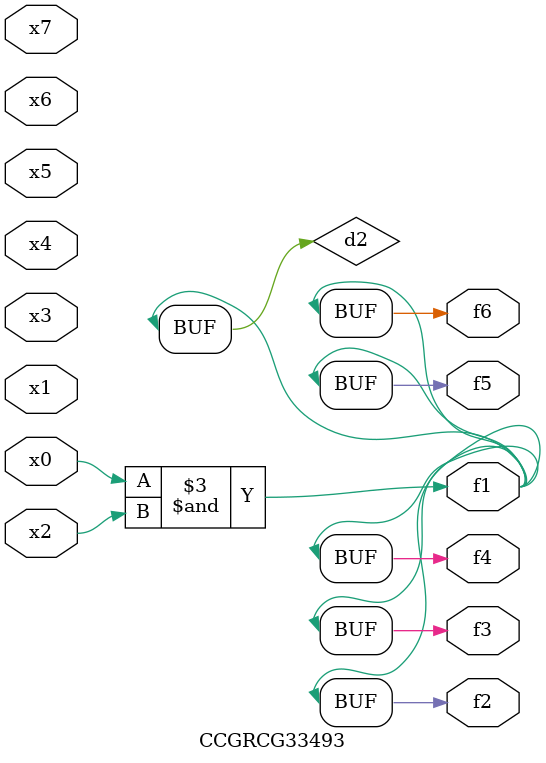
<source format=v>
module CCGRCG33493(
	input x0, x1, x2, x3, x4, x5, x6, x7,
	output f1, f2, f3, f4, f5, f6
);

	wire d1, d2;

	nor (d1, x3, x6);
	and (d2, x0, x2);
	assign f1 = d2;
	assign f2 = d2;
	assign f3 = d2;
	assign f4 = d2;
	assign f5 = d2;
	assign f6 = d2;
endmodule

</source>
